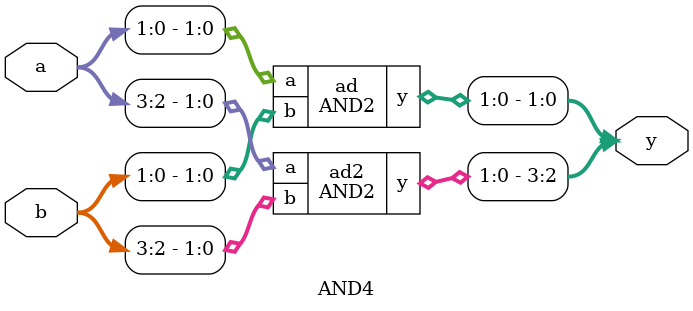
<source format=v>
module AND(y,a,b);

output y;

input a,b;

assign y=a &b;

endmodule

module AND2(y,a,b);
output [1:0]y;
input [1:0]a,b;

AND ad(y[0],a[0],b[0]);
AND ad2(y[1],a[1],b[1]);

endmodule

module AND4(y,a,b);
output[3:0]y;
input [3:0]a,b;

AND2 ad(y[1:0],a[1:0],b[1:0]);
AND2 ad2(y[3:2],a[3:2],b[3:2]);

endmodule
</source>
